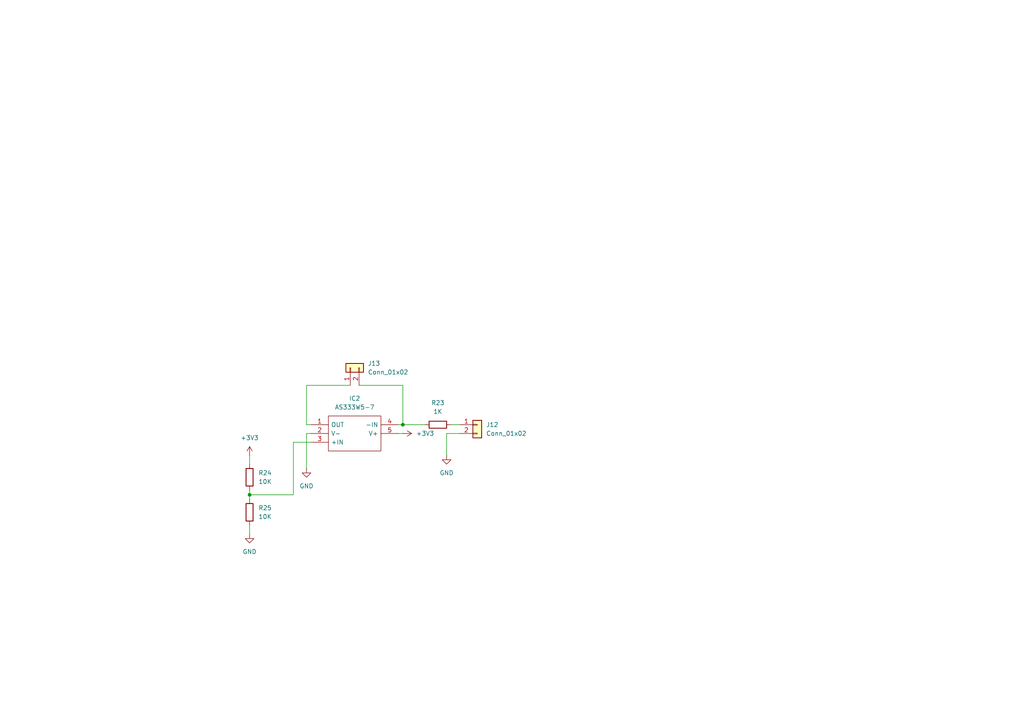
<source format=kicad_sch>
(kicad_sch
	(version 20250114)
	(generator "eeschema")
	(generator_version "9.0")
	(uuid "3933fbc4-b722-4673-9a84-843e52fb906a")
	(paper "A4")
	(lib_symbols
		(symbol "Connector_Generic:Conn_01x02"
			(pin_names
				(offset 1.016)
				(hide yes)
			)
			(exclude_from_sim no)
			(in_bom yes)
			(on_board yes)
			(property "Reference" "J"
				(at 0 2.54 0)
				(effects
					(font
						(size 1.27 1.27)
					)
				)
			)
			(property "Value" "Conn_01x02"
				(at 0 -5.08 0)
				(effects
					(font
						(size 1.27 1.27)
					)
				)
			)
			(property "Footprint" ""
				(at 0 0 0)
				(effects
					(font
						(size 1.27 1.27)
					)
					(hide yes)
				)
			)
			(property "Datasheet" "~"
				(at 0 0 0)
				(effects
					(font
						(size 1.27 1.27)
					)
					(hide yes)
				)
			)
			(property "Description" "Generic connector, single row, 01x02, script generated (kicad-library-utils/schlib/autogen/connector/)"
				(at 0 0 0)
				(effects
					(font
						(size 1.27 1.27)
					)
					(hide yes)
				)
			)
			(property "ki_keywords" "connector"
				(at 0 0 0)
				(effects
					(font
						(size 1.27 1.27)
					)
					(hide yes)
				)
			)
			(property "ki_fp_filters" "Connector*:*_1x??_*"
				(at 0 0 0)
				(effects
					(font
						(size 1.27 1.27)
					)
					(hide yes)
				)
			)
			(symbol "Conn_01x02_1_1"
				(rectangle
					(start -1.27 1.27)
					(end 1.27 -3.81)
					(stroke
						(width 0.254)
						(type default)
					)
					(fill
						(type background)
					)
				)
				(rectangle
					(start -1.27 0.127)
					(end 0 -0.127)
					(stroke
						(width 0.1524)
						(type default)
					)
					(fill
						(type none)
					)
				)
				(rectangle
					(start -1.27 -2.413)
					(end 0 -2.667)
					(stroke
						(width 0.1524)
						(type default)
					)
					(fill
						(type none)
					)
				)
				(pin passive line
					(at -5.08 0 0)
					(length 3.81)
					(name "Pin_1"
						(effects
							(font
								(size 1.27 1.27)
							)
						)
					)
					(number "1"
						(effects
							(font
								(size 1.27 1.27)
							)
						)
					)
				)
				(pin passive line
					(at -5.08 -2.54 0)
					(length 3.81)
					(name "Pin_2"
						(effects
							(font
								(size 1.27 1.27)
							)
						)
					)
					(number "2"
						(effects
							(font
								(size 1.27 1.27)
							)
						)
					)
				)
			)
			(embedded_fonts no)
		)
		(symbol "Device:R"
			(pin_numbers
				(hide yes)
			)
			(pin_names
				(offset 0)
			)
			(exclude_from_sim no)
			(in_bom yes)
			(on_board yes)
			(property "Reference" "R"
				(at 2.032 0 90)
				(effects
					(font
						(size 1.27 1.27)
					)
				)
			)
			(property "Value" "R"
				(at 0 0 90)
				(effects
					(font
						(size 1.27 1.27)
					)
				)
			)
			(property "Footprint" ""
				(at -1.778 0 90)
				(effects
					(font
						(size 1.27 1.27)
					)
					(hide yes)
				)
			)
			(property "Datasheet" "~"
				(at 0 0 0)
				(effects
					(font
						(size 1.27 1.27)
					)
					(hide yes)
				)
			)
			(property "Description" "Resistor"
				(at 0 0 0)
				(effects
					(font
						(size 1.27 1.27)
					)
					(hide yes)
				)
			)
			(property "ki_keywords" "R res resistor"
				(at 0 0 0)
				(effects
					(font
						(size 1.27 1.27)
					)
					(hide yes)
				)
			)
			(property "ki_fp_filters" "R_*"
				(at 0 0 0)
				(effects
					(font
						(size 1.27 1.27)
					)
					(hide yes)
				)
			)
			(symbol "R_0_1"
				(rectangle
					(start -1.016 -2.54)
					(end 1.016 2.54)
					(stroke
						(width 0.254)
						(type default)
					)
					(fill
						(type none)
					)
				)
			)
			(symbol "R_1_1"
				(pin passive line
					(at 0 3.81 270)
					(length 1.27)
					(name "~"
						(effects
							(font
								(size 1.27 1.27)
							)
						)
					)
					(number "1"
						(effects
							(font
								(size 1.27 1.27)
							)
						)
					)
				)
				(pin passive line
					(at 0 -3.81 90)
					(length 1.27)
					(name "~"
						(effects
							(font
								(size 1.27 1.27)
							)
						)
					)
					(number "2"
						(effects
							(font
								(size 1.27 1.27)
							)
						)
					)
				)
			)
			(embedded_fonts no)
		)
		(symbol "SamacSys_Parts:AS333W5-7"
			(pin_names
				(offset 0.762)
			)
			(exclude_from_sim no)
			(in_bom yes)
			(on_board yes)
			(property "Reference" "IC"
				(at 21.59 7.62 0)
				(effects
					(font
						(size 1.27 1.27)
					)
					(justify left)
				)
			)
			(property "Value" "AS333W5-7"
				(at 21.59 5.08 0)
				(effects
					(font
						(size 1.27 1.27)
					)
					(justify left)
				)
			)
			(property "Footprint" "SOT95P285X140-5N"
				(at 21.59 2.54 0)
				(effects
					(font
						(size 1.27 1.27)
					)
					(justify left)
					(hide yes)
				)
			)
			(property "Datasheet" "https://www.diodes.com//assets/Datasheets/AS333.pdf"
				(at 21.59 0 0)
				(effects
					(font
						(size 1.27 1.27)
					)
					(justify left)
					(hide yes)
				)
			)
			(property "Description" "Low Input Offset Voltage: 8uV (typ)  Zero Drift: 0.02uV/C (typ)  0.01Hz to 10Hz Noise: 1.1uVPP  Low Quiescent Current: 17uA (typ)  Supply Voltage: 1.8V to 5.5V"
				(at 0 0 0)
				(effects
					(font
						(size 1.27 1.27)
					)
					(hide yes)
				)
			)
			(property "Description_1" "Low Input Offset Voltage: 8uV (typ)  Zero Drift: 0.02uV/C (typ)  0.01Hz to 10Hz Noise: 1.1uVPP  Low Quiescent Current: 17uA (typ)  Supply Voltage: 1.8V to 5.5V"
				(at 21.59 -2.54 0)
				(effects
					(font
						(size 1.27 1.27)
					)
					(justify left)
					(hide yes)
				)
			)
			(property "Height" "1.4"
				(at 21.59 -5.08 0)
				(effects
					(font
						(size 1.27 1.27)
					)
					(justify left)
					(hide yes)
				)
			)
			(property "Mouser Part Number" "621-AS333W5-7"
				(at 21.59 -7.62 0)
				(effects
					(font
						(size 1.27 1.27)
					)
					(justify left)
					(hide yes)
				)
			)
			(property "Mouser Price/Stock" "https://www.mouser.co.uk/ProductDetail/Diodes-Incorporated/AS333W5-7?qs=63Lh8XYXgjtE4Zt8L3SXSw%3D%3D"
				(at 21.59 -10.16 0)
				(effects
					(font
						(size 1.27 1.27)
					)
					(justify left)
					(hide yes)
				)
			)
			(property "Manufacturer_Name" "Diodes Incorporated"
				(at 21.59 -12.7 0)
				(effects
					(font
						(size 1.27 1.27)
					)
					(justify left)
					(hide yes)
				)
			)
			(property "Manufacturer_Part_Number" "AS333W5-7"
				(at 21.59 -15.24 0)
				(effects
					(font
						(size 1.27 1.27)
					)
					(justify left)
					(hide yes)
				)
			)
			(symbol "AS333W5-7_0_0"
				(pin passive line
					(at 0 0 0)
					(length 5.08)
					(name "OUT"
						(effects
							(font
								(size 1.27 1.27)
							)
						)
					)
					(number "1"
						(effects
							(font
								(size 1.27 1.27)
							)
						)
					)
				)
				(pin passive line
					(at 0 -2.54 0)
					(length 5.08)
					(name "V-"
						(effects
							(font
								(size 1.27 1.27)
							)
						)
					)
					(number "2"
						(effects
							(font
								(size 1.27 1.27)
							)
						)
					)
				)
				(pin passive line
					(at 0 -5.08 0)
					(length 5.08)
					(name "+IN"
						(effects
							(font
								(size 1.27 1.27)
							)
						)
					)
					(number "3"
						(effects
							(font
								(size 1.27 1.27)
							)
						)
					)
				)
				(pin passive line
					(at 25.4 0 180)
					(length 5.08)
					(name "-IN"
						(effects
							(font
								(size 1.27 1.27)
							)
						)
					)
					(number "4"
						(effects
							(font
								(size 1.27 1.27)
							)
						)
					)
				)
				(pin passive line
					(at 25.4 -2.54 180)
					(length 5.08)
					(name "V+"
						(effects
							(font
								(size 1.27 1.27)
							)
						)
					)
					(number "5"
						(effects
							(font
								(size 1.27 1.27)
							)
						)
					)
				)
			)
			(symbol "AS333W5-7_0_1"
				(polyline
					(pts
						(xy 5.08 2.54) (xy 20.32 2.54) (xy 20.32 -7.62) (xy 5.08 -7.62) (xy 5.08 2.54)
					)
					(stroke
						(width 0.1524)
						(type solid)
					)
					(fill
						(type none)
					)
				)
			)
			(embedded_fonts no)
		)
		(symbol "power:+3V3"
			(power)
			(pin_numbers
				(hide yes)
			)
			(pin_names
				(offset 0)
				(hide yes)
			)
			(exclude_from_sim no)
			(in_bom yes)
			(on_board yes)
			(property "Reference" "#PWR"
				(at 0 -3.81 0)
				(effects
					(font
						(size 1.27 1.27)
					)
					(hide yes)
				)
			)
			(property "Value" "+3V3"
				(at 0 3.556 0)
				(effects
					(font
						(size 1.27 1.27)
					)
				)
			)
			(property "Footprint" ""
				(at 0 0 0)
				(effects
					(font
						(size 1.27 1.27)
					)
					(hide yes)
				)
			)
			(property "Datasheet" ""
				(at 0 0 0)
				(effects
					(font
						(size 1.27 1.27)
					)
					(hide yes)
				)
			)
			(property "Description" "Power symbol creates a global label with name \"+3V3\""
				(at 0 0 0)
				(effects
					(font
						(size 1.27 1.27)
					)
					(hide yes)
				)
			)
			(property "ki_keywords" "global power"
				(at 0 0 0)
				(effects
					(font
						(size 1.27 1.27)
					)
					(hide yes)
				)
			)
			(symbol "+3V3_0_1"
				(polyline
					(pts
						(xy -0.762 1.27) (xy 0 2.54)
					)
					(stroke
						(width 0)
						(type default)
					)
					(fill
						(type none)
					)
				)
				(polyline
					(pts
						(xy 0 2.54) (xy 0.762 1.27)
					)
					(stroke
						(width 0)
						(type default)
					)
					(fill
						(type none)
					)
				)
				(polyline
					(pts
						(xy 0 0) (xy 0 2.54)
					)
					(stroke
						(width 0)
						(type default)
					)
					(fill
						(type none)
					)
				)
			)
			(symbol "+3V3_1_1"
				(pin power_in line
					(at 0 0 90)
					(length 0)
					(name "~"
						(effects
							(font
								(size 1.27 1.27)
							)
						)
					)
					(number "1"
						(effects
							(font
								(size 1.27 1.27)
							)
						)
					)
				)
			)
			(embedded_fonts no)
		)
		(symbol "power:GND"
			(power)
			(pin_numbers
				(hide yes)
			)
			(pin_names
				(offset 0)
				(hide yes)
			)
			(exclude_from_sim no)
			(in_bom yes)
			(on_board yes)
			(property "Reference" "#PWR"
				(at 0 -6.35 0)
				(effects
					(font
						(size 1.27 1.27)
					)
					(hide yes)
				)
			)
			(property "Value" "GND"
				(at 0 -3.81 0)
				(effects
					(font
						(size 1.27 1.27)
					)
				)
			)
			(property "Footprint" ""
				(at 0 0 0)
				(effects
					(font
						(size 1.27 1.27)
					)
					(hide yes)
				)
			)
			(property "Datasheet" ""
				(at 0 0 0)
				(effects
					(font
						(size 1.27 1.27)
					)
					(hide yes)
				)
			)
			(property "Description" "Power symbol creates a global label with name \"GND\" , ground"
				(at 0 0 0)
				(effects
					(font
						(size 1.27 1.27)
					)
					(hide yes)
				)
			)
			(property "ki_keywords" "global power"
				(at 0 0 0)
				(effects
					(font
						(size 1.27 1.27)
					)
					(hide yes)
				)
			)
			(symbol "GND_0_1"
				(polyline
					(pts
						(xy 0 0) (xy 0 -1.27) (xy 1.27 -1.27) (xy 0 -2.54) (xy -1.27 -1.27) (xy 0 -1.27)
					)
					(stroke
						(width 0)
						(type default)
					)
					(fill
						(type none)
					)
				)
			)
			(symbol "GND_1_1"
				(pin power_in line
					(at 0 0 270)
					(length 0)
					(name "~"
						(effects
							(font
								(size 1.27 1.27)
							)
						)
					)
					(number "1"
						(effects
							(font
								(size 1.27 1.27)
							)
						)
					)
				)
			)
			(embedded_fonts no)
		)
	)
	(junction
		(at 72.39 143.51)
		(diameter 0)
		(color 0 0 0 0)
		(uuid "4df92d32-225d-4cd1-8f19-14b07bf56da4")
	)
	(junction
		(at 116.84 123.19)
		(diameter 0)
		(color 0 0 0 0)
		(uuid "7b86fd19-25d5-447a-9523-3a45fcd395a0")
	)
	(wire
		(pts
			(xy 129.54 125.73) (xy 129.54 132.08)
		)
		(stroke
			(width 0)
			(type default)
		)
		(uuid "016e6318-d29f-47d3-b213-9201a75fe57d")
	)
	(wire
		(pts
			(xy 72.39 132.08) (xy 72.39 134.62)
		)
		(stroke
			(width 0)
			(type default)
		)
		(uuid "08b71e72-d0f5-4f90-a28f-e0016882e164")
	)
	(wire
		(pts
			(xy 88.9 123.19) (xy 90.17 123.19)
		)
		(stroke
			(width 0)
			(type default)
		)
		(uuid "0b3a3aeb-62c5-41ca-8928-1b2423a275d1")
	)
	(wire
		(pts
			(xy 104.14 111.76) (xy 116.84 111.76)
		)
		(stroke
			(width 0)
			(type default)
		)
		(uuid "14484134-04b5-43ee-9a41-71326735c6b3")
	)
	(wire
		(pts
			(xy 72.39 142.24) (xy 72.39 143.51)
		)
		(stroke
			(width 0)
			(type default)
		)
		(uuid "2b3a53f6-f62b-4f42-9080-f1d75e07b653")
	)
	(wire
		(pts
			(xy 101.6 111.76) (xy 88.9 111.76)
		)
		(stroke
			(width 0)
			(type default)
		)
		(uuid "52bb28c6-e737-4baf-9b0c-eade147d4463")
	)
	(wire
		(pts
			(xy 90.17 125.73) (xy 88.9 125.73)
		)
		(stroke
			(width 0)
			(type default)
		)
		(uuid "64094da2-01f2-4767-932f-5497d2764db8")
	)
	(wire
		(pts
			(xy 130.81 123.19) (xy 133.35 123.19)
		)
		(stroke
			(width 0)
			(type default)
		)
		(uuid "8138b89e-8bf0-4ac0-afb2-658ba2988671")
	)
	(wire
		(pts
			(xy 116.84 123.19) (xy 123.19 123.19)
		)
		(stroke
			(width 0)
			(type default)
		)
		(uuid "98b692a1-e842-4397-93ab-fe5aeecdee07")
	)
	(wire
		(pts
			(xy 90.17 128.27) (xy 85.09 128.27)
		)
		(stroke
			(width 0)
			(type default)
		)
		(uuid "a500c6e3-334a-4532-9696-ba397438f54d")
	)
	(wire
		(pts
			(xy 115.57 125.73) (xy 116.84 125.73)
		)
		(stroke
			(width 0)
			(type default)
		)
		(uuid "b74fff33-47a9-448a-8ce5-ad1b22140c0b")
	)
	(wire
		(pts
			(xy 133.35 125.73) (xy 129.54 125.73)
		)
		(stroke
			(width 0)
			(type default)
		)
		(uuid "c02f1454-c03c-4dfd-81ac-0e99d6e12b9e")
	)
	(wire
		(pts
			(xy 116.84 123.19) (xy 116.84 111.76)
		)
		(stroke
			(width 0)
			(type default)
		)
		(uuid "dcfa5fbc-be97-4425-95b7-66f0c0c839ea")
	)
	(wire
		(pts
			(xy 72.39 152.4) (xy 72.39 154.94)
		)
		(stroke
			(width 0)
			(type default)
		)
		(uuid "de7a3bc6-0d80-445b-ac2e-6fb3d82ed08f")
	)
	(wire
		(pts
			(xy 85.09 143.51) (xy 72.39 143.51)
		)
		(stroke
			(width 0)
			(type default)
		)
		(uuid "e00eaae2-0864-447c-a8c9-c6de6528c979")
	)
	(wire
		(pts
			(xy 88.9 125.73) (xy 88.9 135.89)
		)
		(stroke
			(width 0)
			(type default)
		)
		(uuid "e1b16bfc-6743-43c4-833d-8b606704be52")
	)
	(wire
		(pts
			(xy 85.09 128.27) (xy 85.09 143.51)
		)
		(stroke
			(width 0)
			(type default)
		)
		(uuid "e5b1a5f1-eead-4ae0-a3e0-166809a415dc")
	)
	(wire
		(pts
			(xy 88.9 111.76) (xy 88.9 123.19)
		)
		(stroke
			(width 0)
			(type default)
		)
		(uuid "e9a181ec-c16b-442e-8ca3-df27568a602f")
	)
	(wire
		(pts
			(xy 116.84 123.19) (xy 115.57 123.19)
		)
		(stroke
			(width 0)
			(type default)
		)
		(uuid "f400fedf-ba11-480d-9cb2-96b8d8a93c25")
	)
	(wire
		(pts
			(xy 72.39 143.51) (xy 72.39 144.78)
		)
		(stroke
			(width 0)
			(type default)
		)
		(uuid "fd501ee8-54be-4a03-8500-a9ae9a1fb62c")
	)
	(symbol
		(lib_id "power:GND")
		(at 88.9 135.89 0)
		(unit 1)
		(exclude_from_sim no)
		(in_bom yes)
		(on_board yes)
		(dnp no)
		(fields_autoplaced yes)
		(uuid "0296b3c4-2b6f-4de8-ad26-fe59d349cb4a")
		(property "Reference" "#PWR071"
			(at 88.9 142.24 0)
			(effects
				(font
					(size 1.27 1.27)
				)
				(hide yes)
			)
		)
		(property "Value" "GND"
			(at 88.9 140.97 0)
			(effects
				(font
					(size 1.27 1.27)
				)
			)
		)
		(property "Footprint" ""
			(at 88.9 135.89 0)
			(effects
				(font
					(size 1.27 1.27)
				)
				(hide yes)
			)
		)
		(property "Datasheet" ""
			(at 88.9 135.89 0)
			(effects
				(font
					(size 1.27 1.27)
				)
				(hide yes)
			)
		)
		(property "Description" "Power symbol creates a global label with name \"GND\" , ground"
			(at 88.9 135.89 0)
			(effects
				(font
					(size 1.27 1.27)
				)
				(hide yes)
			)
		)
		(pin "1"
			(uuid "a027ec7a-8b2a-4ec0-9fed-64916eb47137")
		)
		(instances
			(project ""
				(path "/86743b6b-fa0b-493b-8636-78970be18fa3/c6b1ab2e-af45-4d12-b518-d7e1908691d8"
					(reference "#PWR071")
					(unit 1)
				)
			)
		)
	)
	(symbol
		(lib_id "SamacSys_Parts:AS333W5-7")
		(at 90.17 123.19 0)
		(unit 1)
		(exclude_from_sim no)
		(in_bom yes)
		(on_board yes)
		(dnp no)
		(fields_autoplaced yes)
		(uuid "19fa6e9c-2508-4509-bc7d-2e773027cae1")
		(property "Reference" "IC2"
			(at 102.87 115.57 0)
			(effects
				(font
					(size 1.27 1.27)
				)
			)
		)
		(property "Value" "AS333W5-7"
			(at 102.87 118.11 0)
			(effects
				(font
					(size 1.27 1.27)
				)
			)
		)
		(property "Footprint" "SamacSys_Parts:SOT95P285X140-5N"
			(at 111.76 120.65 0)
			(effects
				(font
					(size 1.27 1.27)
				)
				(justify left)
				(hide yes)
			)
		)
		(property "Datasheet" "https://www.diodes.com//assets/Datasheets/AS333.pdf"
			(at 111.76 123.19 0)
			(effects
				(font
					(size 1.27 1.27)
				)
				(justify left)
				(hide yes)
			)
		)
		(property "Description" "Low Input Offset Voltage: 8uV (typ)  Zero Drift: 0.02uV/C (typ)  0.01Hz to 10Hz Noise: 1.1uVPP  Low Quiescent Current: 17uA (typ)  Supply Voltage: 1.8V to 5.5V"
			(at 90.17 123.19 0)
			(effects
				(font
					(size 1.27 1.27)
				)
				(hide yes)
			)
		)
		(property "Description_1" "Low Input Offset Voltage: 8uV (typ)  Zero Drift: 0.02uV/C (typ)  0.01Hz to 10Hz Noise: 1.1uVPP  Low Quiescent Current: 17uA (typ)  Supply Voltage: 1.8V to 5.5V"
			(at 111.76 125.73 0)
			(effects
				(font
					(size 1.27 1.27)
				)
				(justify left)
				(hide yes)
			)
		)
		(property "Height" "1.4"
			(at 111.76 128.27 0)
			(effects
				(font
					(size 1.27 1.27)
				)
				(justify left)
				(hide yes)
			)
		)
		(property "Mouser Part Number" "621-AS333W5-7"
			(at 111.76 130.81 0)
			(effects
				(font
					(size 1.27 1.27)
				)
				(justify left)
				(hide yes)
			)
		)
		(property "Mouser Price/Stock" "https://www.mouser.co.uk/ProductDetail/Diodes-Incorporated/AS333W5-7?qs=63Lh8XYXgjtE4Zt8L3SXSw%3D%3D"
			(at 111.76 133.35 0)
			(effects
				(font
					(size 1.27 1.27)
				)
				(justify left)
				(hide yes)
			)
		)
		(property "Manufacturer_Name" "Diodes Incorporated"
			(at 111.76 135.89 0)
			(effects
				(font
					(size 1.27 1.27)
				)
				(justify left)
				(hide yes)
			)
		)
		(property "Manufacturer_Part_Number" "AS333W5-7"
			(at 111.76 138.43 0)
			(effects
				(font
					(size 1.27 1.27)
				)
				(justify left)
				(hide yes)
			)
		)
		(pin "2"
			(uuid "538d7e37-2384-41fe-a2e7-e946dc29e5e6")
		)
		(pin "3"
			(uuid "367a2158-3ef2-4cde-acbb-0d945071d53d")
		)
		(pin "1"
			(uuid "8a93e6cb-85af-41de-908e-3ded0ca8329f")
		)
		(pin "5"
			(uuid "6e743a8e-b64e-4af0-9eee-500ca5721855")
		)
		(pin "4"
			(uuid "6699aef3-cdb1-4a6b-a533-b999b670c9f4")
		)
		(instances
			(project ""
				(path "/86743b6b-fa0b-493b-8636-78970be18fa3/c6b1ab2e-af45-4d12-b518-d7e1908691d8"
					(reference "IC2")
					(unit 1)
				)
			)
		)
	)
	(symbol
		(lib_id "Connector_Generic:Conn_01x02")
		(at 138.43 123.19 0)
		(unit 1)
		(exclude_from_sim no)
		(in_bom yes)
		(on_board yes)
		(dnp no)
		(fields_autoplaced yes)
		(uuid "3a04a919-effa-4274-8916-f268fd799971")
		(property "Reference" "J12"
			(at 140.97 123.1899 0)
			(effects
				(font
					(size 1.27 1.27)
				)
				(justify left)
			)
		)
		(property "Value" "Conn_01x02"
			(at 140.97 125.7299 0)
			(effects
				(font
					(size 1.27 1.27)
				)
				(justify left)
			)
		)
		(property "Footprint" "Connector_PinHeader_2.54mm:PinHeader_1x02_P2.54mm_Vertical"
			(at 138.43 123.19 0)
			(effects
				(font
					(size 1.27 1.27)
				)
				(hide yes)
			)
		)
		(property "Datasheet" "~"
			(at 138.43 123.19 0)
			(effects
				(font
					(size 1.27 1.27)
				)
				(hide yes)
			)
		)
		(property "Description" "Generic connector, single row, 01x02, script generated (kicad-library-utils/schlib/autogen/connector/)"
			(at 138.43 123.19 0)
			(effects
				(font
					(size 1.27 1.27)
				)
				(hide yes)
			)
		)
		(pin "1"
			(uuid "db6b464c-9b9f-4f81-9a12-af286f61813f")
		)
		(pin "2"
			(uuid "1df5b4db-8889-43df-af68-401153f28f59")
		)
		(instances
			(project ""
				(path "/86743b6b-fa0b-493b-8636-78970be18fa3/c6b1ab2e-af45-4d12-b518-d7e1908691d8"
					(reference "J12")
					(unit 1)
				)
			)
		)
	)
	(symbol
		(lib_id "power:GND")
		(at 129.54 132.08 0)
		(unit 1)
		(exclude_from_sim no)
		(in_bom yes)
		(on_board yes)
		(dnp no)
		(fields_autoplaced yes)
		(uuid "5486b35f-3104-41f9-b3d4-492389fe6652")
		(property "Reference" "#PWR072"
			(at 129.54 138.43 0)
			(effects
				(font
					(size 1.27 1.27)
				)
				(hide yes)
			)
		)
		(property "Value" "GND"
			(at 129.54 137.16 0)
			(effects
				(font
					(size 1.27 1.27)
				)
			)
		)
		(property "Footprint" ""
			(at 129.54 132.08 0)
			(effects
				(font
					(size 1.27 1.27)
				)
				(hide yes)
			)
		)
		(property "Datasheet" ""
			(at 129.54 132.08 0)
			(effects
				(font
					(size 1.27 1.27)
				)
				(hide yes)
			)
		)
		(property "Description" "Power symbol creates a global label with name \"GND\" , ground"
			(at 129.54 132.08 0)
			(effects
				(font
					(size 1.27 1.27)
				)
				(hide yes)
			)
		)
		(pin "1"
			(uuid "4bc63336-f36f-4798-b84f-a8861fee8e82")
		)
		(instances
			(project ""
				(path "/86743b6b-fa0b-493b-8636-78970be18fa3/c6b1ab2e-af45-4d12-b518-d7e1908691d8"
					(reference "#PWR072")
					(unit 1)
				)
			)
		)
	)
	(symbol
		(lib_id "Device:R")
		(at 72.39 148.59 0)
		(unit 1)
		(exclude_from_sim no)
		(in_bom yes)
		(on_board yes)
		(dnp no)
		(fields_autoplaced yes)
		(uuid "5ce8e50b-572c-4981-ba7c-9db606130945")
		(property "Reference" "R25"
			(at 74.93 147.3199 0)
			(effects
				(font
					(size 1.27 1.27)
				)
				(justify left)
			)
		)
		(property "Value" "10K"
			(at 74.93 149.8599 0)
			(effects
				(font
					(size 1.27 1.27)
				)
				(justify left)
			)
		)
		(property "Footprint" "Resistor_SMD:R_0603_1608Metric_Pad0.98x0.95mm_HandSolder"
			(at 70.612 148.59 90)
			(effects
				(font
					(size 1.27 1.27)
				)
				(hide yes)
			)
		)
		(property "Datasheet" "~"
			(at 72.39 148.59 0)
			(effects
				(font
					(size 1.27 1.27)
				)
				(hide yes)
			)
		)
		(property "Description" "Resistor"
			(at 72.39 148.59 0)
			(effects
				(font
					(size 1.27 1.27)
				)
				(hide yes)
			)
		)
		(pin "2"
			(uuid "1bfdbc04-4544-4ce8-8529-af4ed555d4f8")
		)
		(pin "1"
			(uuid "b847e7de-84ae-4ea4-a2e2-9cc0da9189e5")
		)
		(instances
			(project ""
				(path "/86743b6b-fa0b-493b-8636-78970be18fa3/c6b1ab2e-af45-4d12-b518-d7e1908691d8"
					(reference "R25")
					(unit 1)
				)
			)
		)
	)
	(symbol
		(lib_id "Connector_Generic:Conn_01x02")
		(at 101.6 106.68 90)
		(unit 1)
		(exclude_from_sim no)
		(in_bom yes)
		(on_board yes)
		(dnp no)
		(fields_autoplaced yes)
		(uuid "713478c3-a558-443c-9307-6dc48d60b882")
		(property "Reference" "J13"
			(at 106.68 105.4099 90)
			(effects
				(font
					(size 1.27 1.27)
				)
				(justify right)
			)
		)
		(property "Value" "Conn_01x02"
			(at 106.68 107.9499 90)
			(effects
				(font
					(size 1.27 1.27)
				)
				(justify right)
			)
		)
		(property "Footprint" "Connector_PinHeader_2.54mm:PinHeader_1x02_P2.54mm_Vertical"
			(at 101.6 106.68 0)
			(effects
				(font
					(size 1.27 1.27)
				)
				(hide yes)
			)
		)
		(property "Datasheet" "~"
			(at 101.6 106.68 0)
			(effects
				(font
					(size 1.27 1.27)
				)
				(hide yes)
			)
		)
		(property "Description" "Generic connector, single row, 01x02, script generated (kicad-library-utils/schlib/autogen/connector/)"
			(at 101.6 106.68 0)
			(effects
				(font
					(size 1.27 1.27)
				)
				(hide yes)
			)
		)
		(pin "1"
			(uuid "73366ac2-154d-4e77-8d30-12974be2d8f9")
		)
		(pin "2"
			(uuid "4455bbc9-73bc-4a4e-addd-2a29f059b05f")
		)
		(instances
			(project "picoStepper"
				(path "/86743b6b-fa0b-493b-8636-78970be18fa3/c6b1ab2e-af45-4d12-b518-d7e1908691d8"
					(reference "J13")
					(unit 1)
				)
			)
		)
	)
	(symbol
		(lib_id "Device:R")
		(at 72.39 138.43 0)
		(unit 1)
		(exclude_from_sim no)
		(in_bom yes)
		(on_board yes)
		(dnp no)
		(fields_autoplaced yes)
		(uuid "76a99bdd-367c-416b-993e-1b2ec78c8a20")
		(property "Reference" "R24"
			(at 74.93 137.1599 0)
			(effects
				(font
					(size 1.27 1.27)
				)
				(justify left)
			)
		)
		(property "Value" "10K"
			(at 74.93 139.6999 0)
			(effects
				(font
					(size 1.27 1.27)
				)
				(justify left)
			)
		)
		(property "Footprint" "Resistor_SMD:R_0603_1608Metric_Pad0.98x0.95mm_HandSolder"
			(at 70.612 138.43 90)
			(effects
				(font
					(size 1.27 1.27)
				)
				(hide yes)
			)
		)
		(property "Datasheet" "~"
			(at 72.39 138.43 0)
			(effects
				(font
					(size 1.27 1.27)
				)
				(hide yes)
			)
		)
		(property "Description" "Resistor"
			(at 72.39 138.43 0)
			(effects
				(font
					(size 1.27 1.27)
				)
				(hide yes)
			)
		)
		(pin "2"
			(uuid "2efbaf2d-9432-4997-8710-63867a50975e")
		)
		(pin "1"
			(uuid "ce5a89f5-3668-424f-be58-24d1b5dd01e5")
		)
		(instances
			(project ""
				(path "/86743b6b-fa0b-493b-8636-78970be18fa3/c6b1ab2e-af45-4d12-b518-d7e1908691d8"
					(reference "R24")
					(unit 1)
				)
			)
		)
	)
	(symbol
		(lib_id "power:+3V3")
		(at 72.39 132.08 0)
		(unit 1)
		(exclude_from_sim no)
		(in_bom yes)
		(on_board yes)
		(dnp no)
		(fields_autoplaced yes)
		(uuid "9a2eebb5-a4d1-4bac-8929-e6d8f910ca30")
		(property "Reference" "#PWR070"
			(at 72.39 135.89 0)
			(effects
				(font
					(size 1.27 1.27)
				)
				(hide yes)
			)
		)
		(property "Value" "+3V3"
			(at 72.39 127 0)
			(effects
				(font
					(size 1.27 1.27)
				)
			)
		)
		(property "Footprint" ""
			(at 72.39 132.08 0)
			(effects
				(font
					(size 1.27 1.27)
				)
				(hide yes)
			)
		)
		(property "Datasheet" ""
			(at 72.39 132.08 0)
			(effects
				(font
					(size 1.27 1.27)
				)
				(hide yes)
			)
		)
		(property "Description" "Power symbol creates a global label with name \"+3V3\""
			(at 72.39 132.08 0)
			(effects
				(font
					(size 1.27 1.27)
				)
				(hide yes)
			)
		)
		(pin "1"
			(uuid "a5806efb-b830-43f1-b3f7-7cf89b3dddbe")
		)
		(instances
			(project ""
				(path "/86743b6b-fa0b-493b-8636-78970be18fa3/c6b1ab2e-af45-4d12-b518-d7e1908691d8"
					(reference "#PWR070")
					(unit 1)
				)
			)
		)
	)
	(symbol
		(lib_id "power:GND")
		(at 72.39 154.94 0)
		(unit 1)
		(exclude_from_sim no)
		(in_bom yes)
		(on_board yes)
		(dnp no)
		(fields_autoplaced yes)
		(uuid "bbf279dc-133c-4db1-a3ca-204d18fbcba0")
		(property "Reference" "#PWR069"
			(at 72.39 161.29 0)
			(effects
				(font
					(size 1.27 1.27)
				)
				(hide yes)
			)
		)
		(property "Value" "GND"
			(at 72.39 160.02 0)
			(effects
				(font
					(size 1.27 1.27)
				)
			)
		)
		(property "Footprint" ""
			(at 72.39 154.94 0)
			(effects
				(font
					(size 1.27 1.27)
				)
				(hide yes)
			)
		)
		(property "Datasheet" ""
			(at 72.39 154.94 0)
			(effects
				(font
					(size 1.27 1.27)
				)
				(hide yes)
			)
		)
		(property "Description" "Power symbol creates a global label with name \"GND\" , ground"
			(at 72.39 154.94 0)
			(effects
				(font
					(size 1.27 1.27)
				)
				(hide yes)
			)
		)
		(pin "1"
			(uuid "fbeb36bf-3264-4c0d-bbf9-315d88054e4b")
		)
		(instances
			(project ""
				(path "/86743b6b-fa0b-493b-8636-78970be18fa3/c6b1ab2e-af45-4d12-b518-d7e1908691d8"
					(reference "#PWR069")
					(unit 1)
				)
			)
		)
	)
	(symbol
		(lib_id "power:+3V3")
		(at 116.84 125.73 270)
		(unit 1)
		(exclude_from_sim no)
		(in_bom yes)
		(on_board yes)
		(dnp no)
		(fields_autoplaced yes)
		(uuid "c1ec0f8d-ebfd-4355-b940-79db8d28b507")
		(property "Reference" "#PWR073"
			(at 113.03 125.73 0)
			(effects
				(font
					(size 1.27 1.27)
				)
				(hide yes)
			)
		)
		(property "Value" "+3V3"
			(at 120.65 125.7299 90)
			(effects
				(font
					(size 1.27 1.27)
				)
				(justify left)
			)
		)
		(property "Footprint" ""
			(at 116.84 125.73 0)
			(effects
				(font
					(size 1.27 1.27)
				)
				(hide yes)
			)
		)
		(property "Datasheet" ""
			(at 116.84 125.73 0)
			(effects
				(font
					(size 1.27 1.27)
				)
				(hide yes)
			)
		)
		(property "Description" "Power symbol creates a global label with name \"+3V3\""
			(at 116.84 125.73 0)
			(effects
				(font
					(size 1.27 1.27)
				)
				(hide yes)
			)
		)
		(pin "1"
			(uuid "20703040-4aa1-466c-8178-3603e2b7fbb0")
		)
		(instances
			(project ""
				(path "/86743b6b-fa0b-493b-8636-78970be18fa3/c6b1ab2e-af45-4d12-b518-d7e1908691d8"
					(reference "#PWR073")
					(unit 1)
				)
			)
		)
	)
	(symbol
		(lib_id "Device:R")
		(at 127 123.19 90)
		(unit 1)
		(exclude_from_sim no)
		(in_bom yes)
		(on_board yes)
		(dnp no)
		(fields_autoplaced yes)
		(uuid "f137c990-7f19-4d0f-8e39-dd4f88b72bb2")
		(property "Reference" "R23"
			(at 127 116.84 90)
			(effects
				(font
					(size 1.27 1.27)
				)
			)
		)
		(property "Value" "1K"
			(at 127 119.38 90)
			(effects
				(font
					(size 1.27 1.27)
				)
			)
		)
		(property "Footprint" "Resistor_SMD:R_0603_1608Metric_Pad0.98x0.95mm_HandSolder"
			(at 127 124.968 90)
			(effects
				(font
					(size 1.27 1.27)
				)
				(hide yes)
			)
		)
		(property "Datasheet" "~"
			(at 127 123.19 0)
			(effects
				(font
					(size 1.27 1.27)
				)
				(hide yes)
			)
		)
		(property "Description" "Resistor"
			(at 127 123.19 0)
			(effects
				(font
					(size 1.27 1.27)
				)
				(hide yes)
			)
		)
		(pin "2"
			(uuid "bdd82b62-0d19-4723-afa0-0fa742fbcb35")
		)
		(pin "1"
			(uuid "e1ef3cfd-5f97-4b66-b7ae-6e130253878e")
		)
		(instances
			(project ""
				(path "/86743b6b-fa0b-493b-8636-78970be18fa3/c6b1ab2e-af45-4d12-b518-d7e1908691d8"
					(reference "R23")
					(unit 1)
				)
			)
		)
	)
)

</source>
